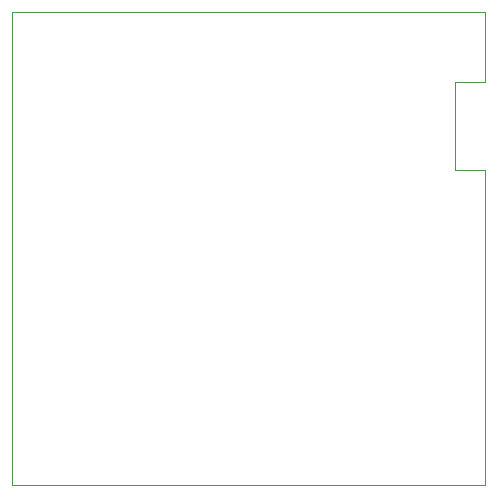
<source format=gbr>
G04 #@! TF.GenerationSoftware,KiCad,Pcbnew,(5.1.4)-1*
G04 #@! TF.CreationDate,2019-10-10T18:52:02+02:00*
G04 #@! TF.ProjectId,SideRight,53696465-5269-4676-9874-2e6b69636164,rev?*
G04 #@! TF.SameCoordinates,Original*
G04 #@! TF.FileFunction,Profile,NP*
%FSLAX46Y46*%
G04 Gerber Fmt 4.6, Leading zero omitted, Abs format (unit mm)*
G04 Created by KiCad (PCBNEW (5.1.4)-1) date 2019-10-10 18:52:02*
%MOMM*%
%LPD*%
G04 APERTURE LIST*
%ADD10C,0.100000*%
G04 APERTURE END LIST*
D10*
X215000000Y-75000000D02*
X215000000Y-80900000D01*
X215000000Y-88400000D02*
X215000000Y-115000000D01*
X212500000Y-88400000D02*
X215000000Y-88400000D01*
X212500000Y-80900000D02*
X212500000Y-88400000D01*
X215000000Y-80900000D02*
X212500000Y-80900000D01*
X175000000Y-115000000D02*
X175000000Y-75000000D01*
X215000000Y-115000000D02*
X175000000Y-115000000D01*
X175000000Y-75000000D02*
X215000000Y-75000000D01*
M02*

</source>
